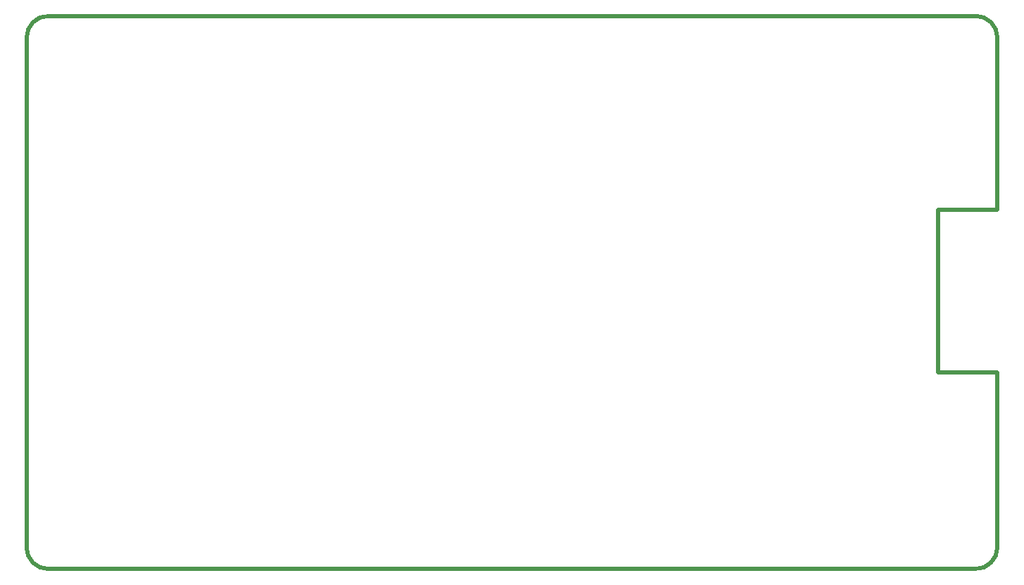
<source format=gko>
G04*
G04 #@! TF.GenerationSoftware,Altium Limited,Altium Designer,21.2.1 (34)*
G04*
G04 Layer_Color=16711935*
%FSTAX24Y24*%
%MOIN*%
G70*
G04*
G04 #@! TF.SameCoordinates,05E74B49-6C64-4D2F-80AE-A4148A6602C0*
G04*
G04*
G04 #@! TF.FilePolarity,Positive*
G04*
G01*
G75*
%ADD15C,0.0200*%
D15*
X065699Y033976D02*
G03*
X064671Y035004I-001028J0D01*
G01*
Y008815D02*
G03*
X065699Y009843I0J001028D01*
G01*
X019746D02*
G03*
X020774Y008815I001028J0D01*
G01*
X020778Y035004D02*
G03*
X01975Y033976I0J-001028D01*
G01*
X065695Y009843D02*
X065699D01*
X065695D02*
Y01811D01*
Y025827D02*
Y033976D01*
X065699D01*
X0629Y01811D02*
X065695D01*
X0629D02*
Y025827D01*
X065695D01*
X020774Y008819D02*
X064671D01*
X01975Y009843D02*
Y033976D01*
X020774Y035D02*
X064671D01*
M02*

</source>
